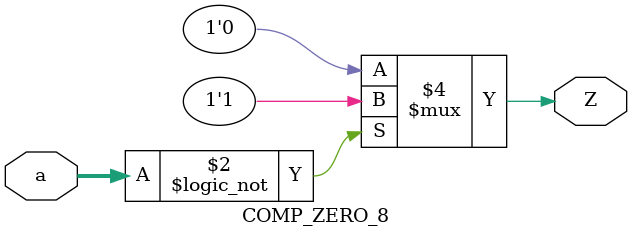
<source format=v>
`timescale 1ns / 1ps
module COMP_ZERO_8(
	input [7:0] a,
	output reg Z
    );

    (* dont_touch *)
    always @* begin
        if(a==0)
            Z=1;
        else
            Z=0;
    end
endmodule

</source>
